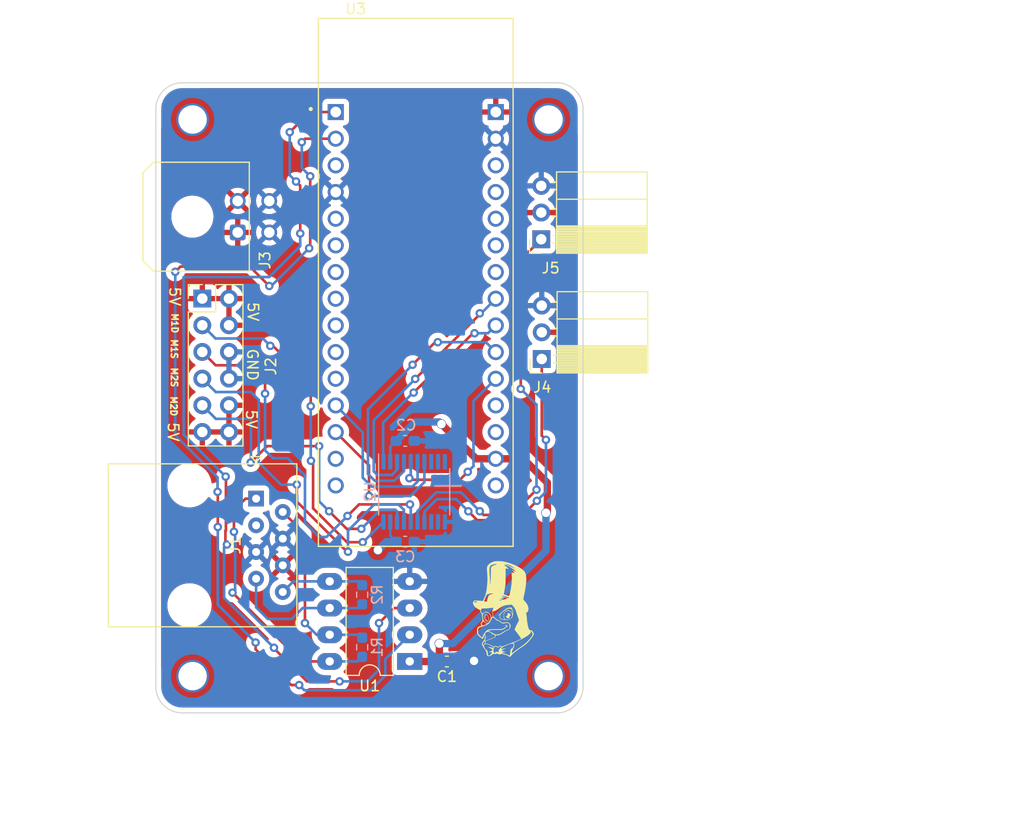
<source format=kicad_pcb>
(kicad_pcb (version 20211014) (generator pcbnew)

  (general
    (thickness 1.6)
  )

  (paper "A4")
  (layers
    (0 "F.Cu" signal)
    (31 "B.Cu" signal)
    (32 "B.Adhes" user "B.Adhesive")
    (33 "F.Adhes" user "F.Adhesive")
    (34 "B.Paste" user)
    (35 "F.Paste" user)
    (36 "B.SilkS" user "B.Silkscreen")
    (37 "F.SilkS" user "F.Silkscreen")
    (38 "B.Mask" user)
    (39 "F.Mask" user)
    (40 "Dwgs.User" user "User.Drawings")
    (41 "Cmts.User" user "User.Comments")
    (42 "Eco1.User" user "User.Eco1")
    (43 "Eco2.User" user "User.Eco2")
    (44 "Edge.Cuts" user)
    (45 "Margin" user)
    (46 "B.CrtYd" user "B.Courtyard")
    (47 "F.CrtYd" user "F.Courtyard")
    (48 "B.Fab" user)
    (49 "F.Fab" user)
    (50 "User.1" user)
    (51 "User.2" user)
    (52 "User.3" user)
    (53 "User.4" user)
    (54 "User.5" user)
    (55 "User.6" user)
    (56 "User.7" user)
    (57 "User.8" user)
    (58 "User.9" user)
  )

  (setup
    (stackup
      (layer "F.SilkS" (type "Top Silk Screen"))
      (layer "F.Paste" (type "Top Solder Paste"))
      (layer "F.Mask" (type "Top Solder Mask") (thickness 0.01))
      (layer "F.Cu" (type "copper") (thickness 0.035))
      (layer "dielectric 1" (type "core") (thickness 1.51) (material "FR4") (epsilon_r 4.5) (loss_tangent 0.02))
      (layer "B.Cu" (type "copper") (thickness 0.035))
      (layer "B.Mask" (type "Bottom Solder Mask") (thickness 0.01))
      (layer "B.Paste" (type "Bottom Solder Paste"))
      (layer "B.SilkS" (type "Bottom Silk Screen"))
      (copper_finish "None")
      (dielectric_constraints no)
    )
    (pad_to_mask_clearance 0)
    (pcbplotparams
      (layerselection 0x00010fc_ffffffff)
      (disableapertmacros false)
      (usegerberextensions true)
      (usegerberattributes false)
      (usegerberadvancedattributes false)
      (creategerberjobfile false)
      (svguseinch false)
      (svgprecision 6)
      (excludeedgelayer true)
      (plotframeref false)
      (viasonmask false)
      (mode 1)
      (useauxorigin false)
      (hpglpennumber 1)
      (hpglpenspeed 20)
      (hpglpendiameter 15.000000)
      (dxfpolygonmode true)
      (dxfimperialunits true)
      (dxfusepcbnewfont true)
      (psnegative false)
      (psa4output false)
      (plotreference true)
      (plotvalue false)
      (plotinvisibletext false)
      (sketchpadsonfab false)
      (subtractmaskfromsilk true)
      (outputformat 1)
      (mirror false)
      (drillshape 0)
      (scaleselection 1)
      (outputdirectory "gerbers/")
    )
  )

  (net 0 "")
  (net 1 "/RS485_A")
  (net 2 "/RS485_B")
  (net 3 "unconnected-(J1-Pad3)")
  (net 4 "/RS485_Z")
  (net 5 "/RS485_Y")
  (net 6 "+5V")
  (net 7 "/M1_DIR_OUT")
  (net 8 "/TIM2_CH2{slash}M1_SPEED_OUT")
  (net 9 "GND")
  (net 10 "/TIM2_CH4{slash}M2_SPEED_OUT")
  (net 11 "/M2_DIR_OUT")
  (net 12 "+3V3")
  (net 13 "/M1_DIR")
  (net 14 "/M2_DIR")
  (net 15 "/TIM2_CH4{slash}M2_SPEED")
  (net 16 "/TIM2_CH2{slash}M1_SPEED")
  (net 17 "/STM32_USART1_RX")
  (net 18 "/STM32_USART1_TX")
  (net 19 "unconnected-(U3-Pad3)")
  (net 20 "unconnected-(U3-Pad6)")
  (net 21 "unconnected-(U3-Pad7)")
  (net 22 "unconnected-(U3-Pad8)")
  (net 23 "unconnected-(U3-Pad9)")
  (net 24 "unconnected-(U3-Pad10)")
  (net 25 "unconnected-(U3-Pad11)")
  (net 26 "/PITCH{slash}TIM1_CH4_OUT")
  (net 27 "/YAW{slash}TIM1_CH1_OUT")
  (net 28 "unconnected-(U3-Pad14)")
  (net 29 "unconnected-(U3-Pad15)")
  (net 30 "unconnected-(U3-Pad16)")
  (net 31 "unconnected-(U3-Pad18)")
  (net 32 "unconnected-(U3-Pad19)")
  (net 33 "unconnected-(U3-Pad24)")
  (net 34 "unconnected-(U3-Pad25)")
  (net 35 "unconnected-(U3-Pad26)")
  (net 36 "unconnected-(U3-Pad27)")
  (net 37 "unconnected-(U3-Pad28)")
  (net 38 "/YAW{slash}TIM1_CH1")
  (net 39 "/PITCH{slash}TIM1_CH4")
  (net 40 "unconnected-(U2-Pad8)")
  (net 41 "unconnected-(U2-Pad9)")
  (net 42 "unconnected-(U2-Pad10)")
  (net 43 "unconnected-(U2-Pad12)")
  (net 44 "unconnected-(U2-Pad13)")
  (net 45 "unconnected-(U3-Pad5)")

  (footprint "Connector_PinSocket_2.54mm:PinSocket_1x03_P2.54mm_Horizontal" (layer "F.Cu") (at 36.75 26.3 180))

  (footprint "Connector_RJ:RJ45_Amphenol_54602-x08_Horizontal" (layer "F.Cu") (at 9.55 39.6 -90))

  (footprint "Connector_PinHeader_2.54mm:PinHeader_2x06_P2.54mm_Vertical" (layer "F.Cu") (at 4.425 20.55))

  (footprint "Package_DIP:DIP-8_W7.62mm_LongPads" (layer "F.Cu") (at 24.175 55.1 180))

  (footprint "MountingHole:MountingHole_2.7mm_M2.5_DIN965_Pad_TopOnly" (layer "F.Cu") (at 37.4 56.5))

  (footprint "MountingHole:MountingHole_2.7mm_M2.5_DIN965_Pad_TopOnly" (layer "F.Cu") (at 3.5 3.5))

  (footprint "MountingHole:MountingHole_2.7mm_M2.5_DIN965_Pad_TopOnly" (layer "F.Cu") (at 3.5 56.5))

  (footprint "MountingHole:MountingHole_2.7mm_M2.5_DIN965_Pad_TopOnly" (layer "F.Cu") (at 37.4 3.5))

  (footprint "Connector_PinSocket_2.54mm:PinSocket_1x03_P2.54mm_Horizontal" (layer "F.Cu") (at 36.7 14.9 180))

  (footprint "Connector_Molex:Molex_Micro-Fit_3.0_43045-0400_2x02_P3.00mm_Horizontal" (layer "F.Cu") (at 7.8 14.25 90))

  (footprint "plib:epenguin_head_small" (layer "F.Cu") (at 33.1 50.1))

  (footprint "Capacitor_SMD:C_0603_1608Metric_Pad1.08x0.95mm_HandSolder" (layer "F.Cu") (at 27.716 55.11 180))

  (footprint "plib:MODULE_NUCLEO-L432KC" (layer "F.Cu") (at 24.75 19))

  (footprint "Resistor_SMD:R_0603_1608Metric_Pad0.98x0.95mm_HandSolder" (layer "B.Cu") (at 19.65 53.75 90))

  (footprint "Capacitor_SMD:C_0603_1608Metric_Pad1.08x0.95mm_HandSolder" (layer "B.Cu") (at 23.75 34.1))

  (footprint "Package_SO:TSSOP-20_4.4x6.5mm_P0.65mm" (layer "B.Cu") (at 24.6 38.95 -90))

  (footprint "Capacitor_SMD:C_0603_1608Metric_Pad1.08x0.95mm_HandSolder" (layer "B.Cu") (at 23.75 43.7))

  (footprint "Resistor_SMD:R_0603_1608Metric_Pad0.98x0.95mm_HandSolder" (layer "B.Cu") (at 19.65 48.75 90))

  (gr_line (start 0 2.5) (end 0 57.5) (layer "Edge.Cuts") (width 0.1) (tstamp 0b0ed82f-cd0f-483e-afb1-3d9c63626412))
  (gr_arc (start 38.182233 0) (mid 39.95 0.732233) (end 40.682233 2.5) (layer "Edge.Cuts") (width 0.1) (tstamp 3026f0e5-2e03-4b09-8bf9-bf5e41de9fde))
  (gr_line (start 2.5 60) (end 38.182233 60) (layer "Edge.Cuts") (width 0.1) (tstamp 3bc3a1f7-6e8d-4cb1-b522-61dab886a957))
  (gr_line (start 40.682233 57.5) (end 40.682233 2.5) (layer "Edge.Cuts") (width 0.1) (tstamp 55509fb5-1a05-4183-aa48-bc8ee8bff31d))
  (gr_line (start 2.5 0) (end 38.182233 0) (layer "Edge.Cuts") (width 0.1) (tstamp 7f0a762d-d58f-4d42-ae1f-7d80a0e2bd28))
  (gr_arc (start 2.5 60) (mid 0.732233 59.267767) (end 0 57.5) (layer "Edge.Cuts") (width 0.1) (tstamp af00085d-1794-4c99-952f-c446aee665f4))
  (gr_arc (start 40.682233 57.5) (mid 39.95 59.267767) (end 38.182233 60) (layer "Edge.Cuts") (width 0.1) (tstamp d4fffbb7-788f-4b07-aa57-4a4d4fff19d5))
  (gr_arc (start 0 2.5) (mid 0.732233 0.732233) (end 2.5 0) (layer "Edge.Cuts") (width 0.1) (tstamp f721f40e-7993-44a7-bcd0-f5608efe0556))
  (gr_text "M2S" (at 1.75 28.05 270) (layer "F.SilkS") (tstamp 372a8565-9dd7-4ebf-b735-8f3537057e29)
    (effects (font (size 0.6 0.6) (thickness 0.15)))
  )
  (gr_text "M1D" (at 1.8 22.9 270) (layer "F.SilkS") (tstamp 4051e848-01c5-456c-9f15-dde598810cb0)
    (effects (font (size 0.6 0.6) (thickness 0.15)))
  )
  (gr_text "5V" (at 1.65 33.25 270) (layer "F.SilkS") (tstamp 432d0299-d0fd-4c16-b73d-ec141bffd79f)
    (effects (font (size 1 1) (thickness 0.15)))
  )
  (gr_text "GND" (at 9.2 26.85 270) (layer "F.SilkS") (tstamp 884b7739-d86f-4a0a-849a-d154ec42348f)
    (effects (font (size 1 1) (thickness 0.15)))
  )
  (gr_text "5V" (at 9.1 32.05 270) (layer "F.SilkS") (tstamp ac7a1a1b-5329-41b9-8053-10fb6d6d430d)
    (effects (font (size 1 1) (thickness 0.15)))
  )
  (gr_text "M1S" (at 1.75 25.35 270) (layer "F.SilkS") (tstamp ce6e2cb2-f8a7-4656-99aa-10b2d4690421)
    (effects (font (size 0.6 0.6) (thickness 0.15)))
  )
  (gr_text "5V" (at 9.25 21.8 270) (layer "F.SilkS") (tstamp d43a2933-c675-483d-bec0-b1e9bbd0b02b)
    (effects (font (size 1 1) (thickness 0.15)))
  )
  (gr_text "5V" (at 1.8 20.35 270) (layer "F.SilkS") (tstamp f701af6d-24c2-42a3-8bf0-6bf921265f52)
    (effects (font (size 1 1) (thickness 0.15)))
  )
  (gr_text "M2D" (at 1.7 30.8 270) (layer "F.SilkS") (tstamp f9ad5758-fc8e-4598-ac38-9d7cf2dd980c)
    (effects (font (size 0.6 0.6) (thickness 0.15)))
  )

  (segment (start 16.555 55.1) (end 13.85 55.1) (width 0.25) (layer "F.Cu") (net 1) (tstamp 070d9a4e-80e7-4094-ac38-378ba10a929a))
  (segment (start 8.55 39.6) (end 7.437006 40.712994) (width 0.25) (layer "F.Cu") (net 1) (tstamp 18dafc9c-d445-4159-8c13-af97f40f14b8))
  (segment (start 13.85 55.1) (end 7.3 48.55) (width 0.25) (layer "F.Cu") (net 1) (tstamp 2046979b-88b7-4ca1-8b72-2819f99f4212))
  (segment (start 7.437006 40.712994) (end 7.437006 42.75659) (width 0.25) (layer "F.Cu") (net 1) (tstamp 57c973ca-3091-4e0d-a630-6eebeb0cd451))
  (segment (start 9.55 39.6) (end 8.55 39.6) (width 0.25) (layer "F.Cu") (net 1) (tstamp 84b71b23-38e5-4859-8088-e779d0c9a1b3))
  (via (at 7.437006 42.75659) (size 0.8) (drill 0.4) (layers "F.Cu" "B.Cu") (net 1) (tstamp 3ac9cdba-42e9-47c4-a117-c012acd1e5c5))
  (via (at 7.3 48.55) (size 0.8) (drill 0.4) (layers "F.Cu" "B.Cu") (net 1) (tstamp 76da7585-8685-4c96-9ca6-afab8dc9524d))
  (segment (start 19.65 54.6625) (end 19.2125 55.1) (width 0.25) (layer "B.Cu") (net 1) (tstamp 088c9092-c41a-44c3-b646-582adbe640f8))
  (segment (start 7.549 42.868584) (end 7.437006 42.75659) (width 0.25) (layer "B.Cu") (net 1) (tstamp 18c7d59b-2ba9-4e85-95ec-387acfad0cab))
  (segment (start 7.549 48.301) (end 7.549 42.868584) (width 0.25) (layer "B.Cu") (net 1) (tstamp 4d080620-2b39-4d10-b58c-ec6f72050612))
  (segment (start 7.3 48.55) (end 7.549 48.301) (width 0.25) (layer "B.Cu") (net 1) (tstamp 6aa4f4bd-201e-4c5b-87d5-cb10a2441f29))
  (segment (start 19.2125 55.1) (end 16.555 55.1) (width 0.25) (layer "B.Cu") (net 1) (tstamp 6fcd8cb9-a2f3-4d9c-9ad5-3d104790bfc9))
  (segment (start 14.2 42.98) (end 12.09 40.87) (width 0.25) (layer "F.Cu") (net 2) (tstamp b76ef12c-39d2-484f-b56d-f5c21b4c07b6))
  (segment (start 14.2 51.45) (end 14.2 42.98) (width 0.25) (layer "F.Cu") (net 2) (tstamp fad5b779-3a88-41dc-bb23-6470bdeb11b8))
  (via (at 14.2 51.45) (size 0.8) (drill 0.4) (layers "F.Cu" "B.Cu") (net 2) (tstamp 34854e83-e1f2-4529-b2e4-39c7cd26f842))
  (segment (start 16.555 52.56) (end 15.31 52.56) (width 0.25) (layer "B.Cu") (net 2) (tstamp 4deea405-9e0d-4ed8-99f8-fda32d01d77f))
  (segment (start 19.65 52.8375) (end 19.3725 52.56) (width 0.25) (layer "B.Cu") (net 2) (tstamp 5e465618-61c3-4b51-947c-c31cebf4b696))
  (segment (start 15.31 52.56) (end 14.2 51.45) (width 0.25) (layer "B.Cu") (net 2) (tstamp 6357fd49-ef7c-43af-bf5c-584ceeb65cab))
  (segment (start 19.3725 52.56) (end 16.555 52.56) (width 0.25) (layer "B.Cu") (net 2) (tstamp f7dd75ea-8bfc-4528-ad21-a4979b174a49))
  (segment (start 9.55 49.95) (end 9.55 47.22) (width 0.25) (layer "B.Cu") (net 4) (tstamp 15f8afde-6213-4ff4-a60a-912cb12c588d))
  (segment (start 12.95 51.05) (end 10.65 51.05) (width 0.25) (layer "B.Cu") (net 4) (tstamp 2021a1be-e81b-4bf0-aa1a-d476bb052733))
  (segment (start 16.555 50.02) (end 13.98 50.02) (width 0.25) (layer "B.Cu") (net 4) (tstamp 211d1edb-a3ca-4f09-a7d0-3240c8815b0d))
  (segment (start 10.65 51.05) (end 9.55 49.95) (width 0.25) (layer "B.Cu") (net 4) (tstamp 50ecb911-871b-4ba0-8f12-76b0066ac29d))
  (segment (start 13.98 50.02) (end 12.95 51.05) (width 0.25) (layer "B.Cu") (net 4) (tstamp 66e076ae-a61e-4848-b341-11445014aee4))
  (segment (start 19.2925 50.02) (end 16.555 50.02) (width 0.25) (layer "B.Cu") (net 4) (tstamp 9c423090-79a1-4845-b9cc-48a141360a76))
  (segment (start 19.65 49.6625) (end 19.2925 50.02) (width 0.25) (layer "B.Cu") (net 4) (tstamp a7bae4e0-4e92-4493-a363-57297e00d15e))
  (segment (start 13.1 47.48) (end 12.09 48.49) (width 0.25) (layer "B.Cu") (net 5) (tstamp 2571a9a7-3cd7-4411-a936-0b547ce693d7))
  (segment (start 19.2925 47.48) (end 16.555 47.48) (width 0.25) (layer "B.Cu") (net 5) (tstamp 41cc6a45-6fe4-4923-ab82-e638446abb4b))
  (segment (start 19.65 47.8375) (end 19.2925 47.48) (width 0.25) (layer "B.Cu") (net 5) (tstamp 476bb62b-d1a0-4986-996c-a3a1bebc6834))
  (segment (start 16.555 47.48) (end 13.1 47.48) (width 0.25) (layer "B.Cu") (net 5) (tstamp bc424331-1e4f-43e5-b53b-fba76567bbe8))
  (via (at 21.15 44.5) (size 0.9) (drill 0.8) (layers "F.Cu" "B.Cu") (net 6) (tstamp a590e6fe-cde9-4570-b2ab-5b1ef025b40a))
  (segment (start 22.325 41.8125) (end 22.325 43.1375) (width 0.2) (layer "B.Cu") (net 6) (tstamp 1a81225f-0b73-4f80-9d6b-63b6c2f59683))
  (segment (start 21.95 43.7) (end 21.15 44.5) (width 0.7) (layer "B.Cu") (net 6) (tstamp 43635e50-10cc-4eaf-82c7-d2c64aece9fb))
  (segment (start 22.325 43.1375) (end 22.8875 43.7) (width 0.2) (layer "B.Cu") (net 6) (tstamp c32fc2f8-bd71-42a5-8366-4756ee0ce1a7))
  (segment (start 22.8875 43.7) (end 21.95 43.7) (width 0.7) (layer "B.Cu") (net 6) (tstamp e13b02df-63f1-4006-817f-3aa7a17b77bc))
  (segment (start 14.9745 40.5245) (end 14.9745 36.196197) (width 0.25) (layer "F.Cu") (net 7) (tstamp 15b6a284-2f49-4fc5-9e91-51bd2bb227e6))
  (segment (start 11.15 25.05) (end 14.75 28.65) (width 0.25) (layer "F.Cu") (net 7) (tstamp 3a2eec88-18df-4031-95b9-bae675cfd221))
  (segment (start 14.75 28.65) (end 14.75 30.8) (width 0.25) (layer "F.Cu") (net 7) (tstamp 6c4fcc62-6711-4b3a-9159-0456aad1623c))
  (segment (start 18.2 43.75) (end 14.9745 40.5245) (width 0.25) (layer "F.Cu") (net 7) (tstamp 79956286-9559-448a-8bba-a2ca87671a7d))
  (segment (start 14.9745 36.196197) (end 14.7755 35.997197) (width 0.25) (layer "F.Cu") (net 7) (tstamp 84733162-bbe7-408d-a20f-6d47359577a9))
  (segment (start 19.7 43.75) (end 18.2 43.75) (width 0.25) (layer "F.Cu") (net 7) (tstamp ce6f96b1-2622-498f-821c-29c24fd7ccfb))
  (segment (start 10.9 25.05) (end 11.15 25.05) (width 0.25) (layer "F.Cu") (net 7) (tstamp dd118dae-ddfd-43e2-894e-71e37f00b482))
  (via (at 10.9 25.05) (size 0.8) (drill 0.4) (layers "F.Cu" "B.Cu") (net 7) (tstamp 16ad0bf4-6dc6-41c7-ba56-a9c564d51de7))
  (via (at 14.75 30.8) (size 0.8) (drill 0.4) (layers "F.Cu" "B.Cu") (net 7) (tstamp 4a92daa4-7f99-4d5a-9280-c637a08db1d0))
  (via (at 14.7755 35.997197) (size 0.8) (drill 0.4) (layers "F.Cu" "B.Cu") (net 7) (tstamp ae9a8971-9314-4183-844d-d5eb053c094d))
  (via (at 19.7 43.75) (size 0.8) (drill 0.4) (layers "F.Cu" "B.Cu") (net 7) (tstamp fc5b753f-d2b8-48b1-92fc-466831eacf1d))
  (segment (start 8.7 24.35) (end 10.2 24.35) (width 0.25) (layer "B.Cu") (net 7) (tstamp 190902b9-ec7a-4558-b95e-5fef2468feaa))
  (segment (start 14.75 30.8) (end 14.75 35.971697) (width 0.25) (layer "B.Cu") (net 7) (tstamp 69f4693d-6909-44a8-b095-faeff0261b81))
  (segment (start 5.685 24.35) (end 8.7 24.35) (width 0.25) (layer "B.Cu") (net 7) (tstamp 75696ffb-7e56-4624-872f-ed224c0cd06c))
  (segment (start 10.2 24.35) (end 10.9 25.05) (width 0.25) (layer "B.Cu") (net 7) (tstamp 969a8a42-d455-4d24-8933-d94524aceaa9))
  (segment (start 19.7375 43.75) (end 19.7 43.75) (width 0.25) (layer "B.Cu") (net 7) (tstamp c9bc6774-97af-4dde-90d9-4e0420a90062))
  (segment (start 4.425 23.09) (end 5.685 24.35) (width 0.25) (layer "B.Cu") (net 7) (tstamp e6c97dab-ea7a-4f7d-ab3b-c31deceaabcb))
  (segment (start 14.75 35.971697) (end 14.7755 35.997197) (width 0.25) (layer "B.Cu") (net 7) (tstamp ea1cccb4-d182-4571-b0a8-049b5f9cf515))
  (segment (start 21.675 41.8125) (end 19.7375 43.75) (width 0.25) (layer "B.Cu") (net 7) (tstamp ead14060-2fbe-4931-9bfe-b1933b9890de))
  (segment (start 4.425 25.63) (end 5.695 26.9) (width 0.25) (layer "F.Cu") (net 8) (tstamp 07e4dbda-56d3-49c3-9a4c-00cc41599524))
  (segment (start 10.4 27.7) (end 10.4 29.6) (width 0.25) (layer "F.Cu") (net 8) (tstamp 442e5e35-4d10-4bb1-bd65-5fbd8cc2b9a7))
  (segment (start 24.2 40.15) (end 19.35 40.15) (width 0.25) (layer "F.Cu") (net 8) (tstamp 50269ec7-e142-4bf2-841c-6df453fabaa4))
  (segment (start 19.35 40.15) (end 18.25 41.25) (width 0.25) (layer "F.Cu") (net 8) (tstamp 63a03f22-217d-4481-8f60-d8aaf3360db0))
  (segment (start 5.695 26.9) (end 8.7 26.9) (width 0.25) (layer "F.Cu") (net 8) (tstamp 76ff9219-a501-4121-a7cb-1c65247a5a9f))
  (segment (start 8.7 26.9) (end 9.6 26.9) (width 0.25) (layer "F.Cu") (net 8) (tstamp c2817985-2c65-4e41-b1ba-3f1b32f1b95b))
  (segment (start 9.6 26.9) (end 10.4 27.7) (width 0.25) (layer "F.Cu") (net 8) (tstamp fb08b230-ae58-4888-a7db-27d02dd234fb))
  (via (at 18.25 41.25) (size 0.8) (drill 0.4) (layers "F.Cu" "B.Cu") (net 8) (tstamp 0b8a12db-9ef5-4b43-8f38-9b1799f1e919))
  (via (at 24.2 40.15) (size 0.8) (drill 0.4) (layers "F.Cu" "B.Cu") (net 8) (tstamp 7df328bf-63d9-4776-92f8-91322a0c118f))
  (via (at 10.4 29.6) (size 0.8) (drill 0.4) (layers "F.Cu" "B.Cu") (net 8) (tstamp c6961867-c5f2-41c1-9f3c-be4c08ce6100))
  (segment (start 24.275 41.8125) (end 24.275 40.225) (width 0.25) (layer "B.Cu") (net 8) (tstamp 0a51a9ff-5d8f-449c-8401-15f484259bcb))
  (segment (start 10.4 35) (end 11.15 35.75) (width 0.25) (layer "B.Cu") (net 8) (tstamp 20876b21-b0d3-4bca-865f-f2cb58bab4ac))
  (segment (start 16.25 43.25) (end 15.55 43.25) (width 0.25) (layer "B.Cu") (net 8) (tstamp 3bb34682-48ba-4817-a51e-3ddbf6f78096))
  (segment (start 14.2 41.9) (end 14.2 37.4) (width 0.25) (layer "B.Cu") (net 8) (tstamp 715f02de-fe56-4b6e-8bf8-fa97f890b683))
  (segment (start 15.55 43.25) (end 14.2 41.9) (width 0.25) (layer "B.Cu") (net 8) (tstamp 7e87503e-748d-4b5e-ade7-6541892bd3be))
  (segment (start 10.4 29.6) (end 10.4 35) (width 0.25) (layer "B.Cu") (net 8) (tstamp ad4deb87-9c45-4917-a673-5e325bad78e2))
  (segment (start 18.25 41.25) (end 16.25 43.25) (width 0.25) (layer "B.Cu") (net 8) (tstamp ba473fb4-7578-42d3-9c7d-478397a77af1))
  (segment (start 12.55 35.75) (end 11.15 35.75) (width 0.25) (layer "B.Cu") (net 8) (tstamp dbe107dc-fac0-4e65-8037-90829e1b40f7))
  (segment (start 14.2 37.4) (end 12.55 35.75) (width 0.25) (layer "B.Cu") (net 8) (tstamp f74b43f9-2457-47d1-ab91-a4007b6536db))
  (segment (start 24.275 40.225) (end 24.2 40.15) (width 0.25) (layer "B.Cu") (net 8) (tstamp fb8616f9-4c27-45a0-9d6c-304ec02494a5))
  (segment (start 30.24 55.11) (end 30.3 55.05) (width 0.7) (layer "F.Cu") (net 9) (tstamp 605260ce-f1c0-4406-ba8a-47bef5e5d994))
  (segment (start 28.5785 55.11) (end 30.24 55.11) (width 0.7) (layer "F.Cu") (net 9) (tstamp bf1637b5-0e70-47d6-8e19-b81108567c27))
  (via (at 30.3 55.05) (size 0.9) (drill 0.8) (layers "F.Cu" "B.Cu") (net 9) (tstamp d685c32a-fa7c-4428-92f6-578736463fb8))
  (segment (start 18.2 44.65) (end 13.4255 39.8755) (width 0.25) (layer "F.Cu") (net 10) (tstamp 12e2692b-1b11-4205-925d-9fdd399dec78))
  (segment (start 13.4255 39.8755) (end 13.4255 38.263113) (width 0.25) (layer "F.Cu") (net 10) (tstamp 49c6fa07-ad8c-42ce-ac02-44882a8197f6))
  (segment (start 18.3 44.65) (end 18.2 44.65) (width 0.25) (layer "F.Cu") (net 10) (tstamp f7e9fe3b-b343-4a7d-bbd6-c22ad8bbb566))
  (via (at 18.3 44.65) (size 0.8) (drill 0.4) (layers "F.Cu" "B.Cu") (net 10) (tstamp 440665ea-e14d-4b7e-bb14-a0a57becda8c))
  (via (at 13.4255 38.263113) (size 0.8) (drill 0.4) (layers "F.Cu" "B.Cu") (net 10) (tstamp aa87b755-976b-4bdd-8d02-8602465d6fa7))
  (segment (start 23.625 41.8125) (end 23.625 40.670309) (width 0.25) (layer "B.Cu") (net 10) (tstamp 4bd1b023-a34f-44c2-b7be-056db58840ce))
  (segment (start 11.913113 38.263113) (end 13.4255 38.263113) (width 0.25) (layer "B.Cu") (net 10) (tstamp 74b2d9f8-d67e-4878-88b3-58123ed2e0c4))
  (segment (start 18.3 42.65) (end 18.3 44.65) (width 0.25) (layer "B.Cu") (net 10) (tstamp 7cf55306-9066-434e-b676-34fe3f489adc))
  (segment (start 20.8 40.15) (end 18.3 42.65) (width 0.25) (layer "B.Cu") (net 10) (tstamp 83dddde0-77a0-4b3a-a199-481fd2fc17f7))
  (segment (start 9.799501 36.149501) (end 11.913113 38.263113) (width 0.25) (layer "B.Cu") (net 10) (tstamp 929fd688-c18e-4794-8f47-e1cf9c4110bb))
  (segment (start 9.799501 30.199501) (end 9.799501 36.149501) (width 0.25) (layer "B.Cu") (net 10) (tstamp 950d57cc-bbd2-41cc-ba7e-848ddfda15bc))
  (segment (start 5.705 29.45) (end 9.05 29.45) (width 0.25) (layer "B.Cu") (net 10) (tstamp 9d9d96f5-e91a-4b6e-924d-a1bdec714c5e))
  (segment (start 23.104691 40.15) (end 20.8 40.15) (width 0.25) (layer "B.Cu") (net 10) (tstamp b7fad5f6-2754-4b7a-bae1-a5c62b4d606d))
  (segment (start 9.05 29.45) (end 9.799501 30.199501) (width 0.25) (layer "B.Cu") (net 10) (tstamp c2819987-3962-4708-aedf-20e3b4764d5d))
  (segment (start 4.425 28.17) (end 5.705 29.45) (width 0.25) (layer "B.Cu") (net 10) (tstamp ec55325d-6ef0-4c70-8bb0-c39daba26bb8))
  (segment (start 23.625 40.670309) (end 23.104691 40.15) (width 0.25) (layer "B.Cu") (net 10) (tstamp ec8d515c-7044-4224-afef-297846c795c5))
  (segment (start 15.55 34.6) (end 10.595598 34.6) (width 0.25) (layer "F.Cu") (net 11) (tstamp 0253ffbf-3d55-4db9-85d3-408458938d3f))
  (segment (start 10.595598 34.6) (end 9.02528 36.170318) (width 0.25) (layer "F.Cu") (net 11) (tstamp f42c0837-131e-4775-ad2b-1903a79d38ba))
  (segment (start 18.176095 42.476095) (end 16.5 40.8) (width 0.25) (layer "F.Cu") (net 11) (tstamp f6a6ae03-49ae-4c40-b6c2-6a99a2cdc166))
  (segment (start 19.569214 42.476095) (end 18.176095 42.476095) (width 0.25) (layer "F.Cu") (net 11) (tstamp fd431072-7c0e-43de-8cbe-b10d9c50e057))
  (via (at 15.55 34.6) (size 0.8) (drill 0.4) (layers "F.Cu" "B.Cu") (net 11) (tstamp 3b02a579-b415-43cf-9add-a34ce367a3ea))
  (via (at 16.5 40.8) (size 0.8) (drill 0.4) (layers "F.Cu" "B.Cu") (net 11) (tstamp 7fd016d9-fed3-498f-84b5-a188f796a6bf))
  (via (at 9.02528 36.170318) (size 0.8) (drill 0.4) (layers "F.Cu" "B.Cu") (net 11) (tstamp a106e1a6-9a3c-4d8e-a9c2-d2741b9c230b))
  (via (at 19.569214 42.476095) (size 0.8) (drill 0.4) (layers "F.Cu" "B.Cu") (net 11) (tstamp ce9d4d8c-b263-49aa-940a-97b684107a01))
  (segment (start 21.395808 40.649501) (end 19.569214 42.476095) (width 0.25) (layer "B.Cu") (net 11) (tstamp 130038e6-58fc-4778-9246-ec36949d0bd1))
  (segment (start 22.975 40.825) (end 22.799501 40.649501) (width 0.25) (layer "B.Cu") (net 11) (tstamp 149b9d19-8f63-4340-a4e3-b14aa9929cf3))
  (segment (start 9.05 32) (end 9.055735 32.005735) (width 0.25) (layer "B.Cu") (net 11) (tstamp 1ec64ee9-3495-4e3e-b2dc-487f1ecb6913))
  (segment (start 9.055735 32.005735) (end 9.055735 36.139863) (width 0.25) (layer "B.Cu") (net 11) (tstamp 56ceca0d-a34d-4b93-a68e-6f1b8488c222))
  (segment (start 4.425 30.71) (end 5.715 32) (width 0.25) (layer "B.Cu") (net 11) (tstamp 5b626725-7ce3-456b-b776-64653e1a2ee8))
  (segment (start 5.715 32) (end 9.05 32) (width 0.25) (layer "B.Cu") (net 11) (tstamp 6250ed57-f172-4dd5-a186-872faf1768fd))
  (segment (start 15.55 39.85) (end 16.5 40.8) (width 0.25) (layer "B.Cu") (net 11) (tstamp 812c7c38-a19f-463c-98a4-2c478f6e9fe5))
  (segment (start 9.055735 36.139863) (end 9.02528 36.170318) (width 0.25) (layer "B.Cu") (net 11) (tstamp b1865d9f-8e37-47f2-9327-bb8be225ee35))
  (segment (start 22.975 41.8125) (end 22.975 40.825) (width 0.25) (layer "B.Cu") (net 11) (tstamp d74931ef-48ce-4c1e-8d5a-542259090359))
  (segment (start 15.55 34.6) (end 15.55 39.85) (width 0.25) (layer "B.Cu") (net 11) (tstamp f2eb1a23-05f0-4cfb-94d1-35c9769a1d2c))
  (segment (start 22.799501 40.649501) (end 21.395808 40.649501) (width 0.25) (layer "B.Cu") (net 11) (tstamp f8cf1431-3b3c-4a2a-b0d8-1fd55c6d039a))
  (segment (start 26.8535 55.11) (end 27 54.9635) (width 0.7) (layer "F.Cu") (net 12) (tstamp 06a9860b-9e87-47c4-9dce-4a760349d32e))
  (segment (start 30.505 35.805) (end 27.2 32.5) (width 0.7) (layer "F.Cu") (net 12) (tstamp 0c20d5dd-b667-420c-b9b7-5dddb6bb371b))
  (segment (start 24.185 55.11) (end 24.175 55.1) (width 0.7) (layer "F.Cu") (net 12) (tstamp 1c21debf-dd4f-444b-9300-f870f18cd0b9))
  (segment (start 32.37 35.805) (end 35.005 35.805) (width 0.7) (layer "F.Cu") (net 12) (tstamp 257ecd36-934f-4aa3-ab2d-db8339ee4b26))
  (segment (start 27 54.9635) (end 27 53.4) (width 0.7) (layer "F.Cu") (net 12) (tstamp 37c3995a-0891-4f32-a91d-95630914c1f8))
  (segment (start 37.284155 40.815845) (end 37.15 40.95) (width 0.7) (layer "F.Cu") (net 12) (tstamp 8a80b8a2-9ddc-42e7-a10d-cddf7bcd59c8))
  (segment (start 37.284155 38.084155) (end 37.284155 40.815845) (width 0.7) (layer "F.Cu") (net 12) (tstamp 8ee6cbc1-8802-47a5-b0d7-d9001d42a363))
  (segment (start 35.005 35.805) (end 37.284155 38.084155) (width 0.7) (layer "F.Cu") (net 12) (tstamp 93013acd-217d-4382-bed5-4956f1b81a28))
  (segment (start 26.8535 55.11) (end 24.185 55.11) (width 0.7) (layer "F.Cu") (net 12) (tstamp 94b9b5b9-338c-4b49-991c-bea3cd465cd9))
  (segment (start 32.37 35.805) (end 30.505 35.805) (width 0.7) (layer "F.Cu") (net 12) (tstamp f4a366d5-37ed-424f-b526-3222dda53339))
  (via (at 37.15 40.95) (size 0.9) (drill 0.8) (layers "F.Cu" "B.Cu") (net 12) (tstamp 5d85934e-81e2-4bc0-bb6b-89872cda8f6d))
  (via (at 27 53.4) (size 0.9) (drill 0.8) (layers "F.Cu" "B.Cu") (net 12) (tstamp 67eb8d6f-b680-44cc-9820-cf4e16b94128))
  (via (at 27.2 32.5) (size 0.9) (drill 0.8) (layers "F.Cu" "B.Cu") (net 12) (tstamp fb02077c-8092-43f0-9734-678d58b86274))
  (segment (start 27 32.3) (end 27.2 32.5) (width 0.7) (layer "B.Cu") (net 12) (tstamp 2fb8a240-6960-46b8-82e3-ae9264948eb4))
  (segment (start 37.15 44.55) (end 28.3 53.4) (width 0.7) (layer "B.Cu") (net 12) (tstamp 3f1299c6-b900-4000-9d71-aafe81ccdb91))
  (segment (start 22.325 34.6625) (end 22.325 36.0875) (width 0.25) (layer "B.Cu") (net 12) (tstamp 4817ab17-8bb5-47d5-b135-b1175eb390ec))
  (segment (start 37.15 40.95) (end 37.15 44.55) (width 0.7) (layer "B.Cu") (net 12) (tstamp 4a33a8dc-2861-4a2b-b6ff-b407865ffd69))
  (segment (start 28.3 53.4) (end 27 53.4) (width 0.7) (layer "B.Cu") (net 12) (tstamp 4d72de37-f7f9-46b9-8865-4bd52b7f0f79))
  (segment (start 22.8875 34.1) (end 24.6875 32.3) (width 0.7) (layer "B.Cu") (net 12) (tstamp ad5d6359-177a-40f0-8928-484f70a3c2ef))
  (segment (start 24.6875 32.3) (end 27 32.3) (width 0.7) (layer "B.Cu") (net 12) (tstamp c0da8772-9e96-4ba3-bf30-309c4b8500f2))
  (segment (start 22.8875 34.1) (end 22.325 34.6625) (width 0.25) (layer "B.Cu") (net 12) (tstamp f951e976-e8e9-4617-9569-e17501c82153))
  (segment (start 30.2 23.85) (end 30.35 23.85) (width 0.25) (layer "F.Cu") (net 13) (tstamp 89a98e53-0288-4d0d-a2d4-9cb2d1ba61a1))
  (segment (start 24.55 29.5) (end 30.2 23.85) (width 0.25) (layer "F.Cu") (net 13) (tstamp b5d4d05f-2115-4af4-8e44-fc18c10ee3d5))
  (via (at 24.55 29.5) (size 0.8) (drill 0.4) (layers "F.Cu" "B.Cu") (net 13) (tstamp 75c20b45-34dd-4821-9cbc-57aa884e5614))
  (via (at 30.35 23.85) (size 0.8) (drill 0.4) (layers "F.Cu" "B.Cu") (net 13) (tstamp 8d2b136d-e5b4-42d8-a356-d48a3273c3ac))
  (segment (start 21.675 36.0875) (end 21.65 36.0625) (width 0.25) (layer "B.Cu") (net 13) (tstamp 0ad44a7c-a279-423e-bcb5-b65d918b238e))
  (segment (start 24.5 29.5) (end 24.55 29.5) (width 0.25) (layer "B.Cu") (net 13) (tstamp 18b25a47-7ee9-4953-88c6-cc77315c7bda))
  (segment (start 31.625 23.85) (end 32.37 23.105) (width 0.25) (layer "B.Cu") (net 13) (tstamp 80707758-0f30-4a8d-ac3e-699fed50c6fd))
  (segment (start 21.65 36.0625) (end 21.65 32.35) (width 0.25) (layer "B.Cu") (net 13) (tstamp 8a1761bf-5b72-4efc-91d4-f583ed406c06))
  (segment (start 30.35 23.85) (end 31.625 23.85) (width 0.25) (layer "B.Cu") (net 13) (tstamp f6460ed9-ebdc-4d73-a60f-349db3491fa5))
  (segment (start 21.65 32.35) (end 24.5 29.5) (width 0.25) (layer "B.Cu") (net 13) (tstamp fad99cbc-6074-4683-b250-8906f311f4fb))
  (segment (start 24.7 28.2) (end 30.85 22.05) (width 0.25) (layer "F.Cu") (net 14) (tstamp 53c29522-c6df-4632-82f6-9e64ca154be7))
  (segment (start 30.85 22.05) (end 30.85 21.95) (width 0.25) (layer "F.Cu") (net 14) (tstamp e6e21512-90b5-43ea-9c1e-ab1236c2cec4))
  (via (at 30.85 21.95) (size 0.8) (drill 0.4) (layers "F.Cu" "B.Cu") (net 14) (tstamp 5865de84-cf31-45cf-8d0d-ecc55c4d133c))
  (via (at 24.7 28.2) (size 0.8) (drill 0.4) (layers "F.Cu" "B.Cu") (net 14) (tstamp 783e503b-3263-4b4b-bbfb-4a8a64341fbe))
  (segment (start 22.975 36.846751) (end 22.471751 37.35) (width 0.25) (layer "B.Cu") (net 14) (tstamp 3555e063-4099-4578-9f64-9acc67672bcc))
  (segment (start 32.37 20.565) (end 30.985 21.95) (width 0.25) (layer "B.Cu") (net 14) (tstamp 69fe1f55-ca3a-4292-b503-a7fbd73940c6))
  (segment (start 20.75 37) (end 20.75 32.15) (width 0.25) (layer "B.Cu") (net 14) (tstamp 7594f0da-fdf0-45ed-a5eb-34c60ca39536))
  (segment (start 21.1 37.35) (end 20.75 37) (width 0.25) (layer "B.Cu") (net 14) (tstamp 921c3521-05e4-4cba-96c9-4e41d08c467e))
  (segment (start 22.471751 37.35) (end 21.1 37.35) (width 0.25) (layer "B.Cu") (net 14) (tstamp b512a79a-3d9e-48f2-b7ec-486dc48df504))
  (segment (start 22.975 36.0875) (end 22.975 36.846751) (width 0.25) (layer "B.Cu") (net 14) (tstamp b843616f-86ed-4a08-bde6-a7cac1f5c153))
  (segment (start 30.985 21.95) (end 30.85 21.95) (width 0.25) (layer "B.Cu") (net 14) (tstamp c7da0f10-805f-4e59-b250-1a31b3792748))
  (segment (start 20.75 32.15) (end 24.7 28.2) (width 0.25) (layer "B.Cu") (net 14) (tstamp cb1cecbf-a7ed-4e4f-9f9f-048f749783fa))
  (segment (start 26.6 24.7) (end 26.85 24.7) (width 0.25) (layer "F.Cu") (net 15) (tstamp 25230528-f3cd-4bc0-9e7d-bfaaa9d9d89b))
  (segment (start 24.45 26.85) (end 26.6 24.7) (width 0.25) (layer "F.Cu") (net 15) (tstamp 8517559a-99f7-4265-83ff-7b4ea6b67cf2))
  (via (at 24.45 26.85) (size 0.8) (drill 0.4) (layers "F.Cu" "B.Cu") (net 15) (tstamp 3c1e96c5-16ed-4742-bf98-4bcbc4336c0b))
  (via (at 26.85 24.7) (size 0.8) (drill 0.4) (layers "F.Cu" "B.Cu") (net 15) (tstamp e15ce12f-a109-4ca3-9fb3-75d9b34bdb32))
  (segment (start 20.199501 37.249501) (end 20.199501 31.100499) (width 0.25) (layer "B.Cu") (net 15) (tstamp 0f6e9535-74ec-4559-b803-657c7e4f2d87))
  (segment (start 20.199501 31.100499) (end 24.45 26.85) (width 0.25) (layer "B.Cu") (net 15) (tstamp 18221960-89a3-441a-9f79-0f2460bfb58d))
  (segment (start 32.37 25.645) (end 31.425 24.7) (width 0.25) (layer "B.Cu") (net 15) (tstamp 396e9f3f-6ce6-4834-9641-73476d17dd03))
  (segment (start 20.85 37.9) (end 20.199501 37.249501) (width 0.25) (layer "B.Cu") (net 15) (tstamp 4d09bc8c-ac2c-4360-89d8-3a6688617642))
  (segment (start 31.425 24.7) (end 26.85 24.7) (width 0.25) (layer "B.Cu") (net 15) (tstamp 8d99e505-d785-4074-8ce9-a7a397f8bfed))
  (segment (start 22.706401 37.9) (end 20.85 37.9) (width 0.25) (layer "B.Cu") (net 15) (tstamp a755c2b2-90c8-4942-b799-69ed4ef264f8))
  (segment (start 23.625 36.0875) (end 23.625 36.981401) (width 0.25) (layer "B.Cu") (net 15) (tstamp e1892388-ddc0-4dcd-a1c4-18a450e4a470))
  (segment (start 23.625 36.981401) (end 22.706401 37.9) (width 0.25) (layer "B.Cu") (net 15) (tstamp fc11546d-4452-4db9-9801-8f3f9b0dedc9))
  (segment (start 28.95 37.8) (end 24.290056 37.8) (width 0.25) (layer "F.Cu") (net 16) (tstamp 65277248-f9da-47cd-ae98-30dfa605d479))
  (segment (start 29.7 37.05) (end 28.95 37.8) (width 0.25) (layer "F.Cu") (net 16) (tstamp 7c974fbc-3594-40f7-be7d-690410bb5654))
  (segment (start 24.290056 37.8) (end 24.144172 37.654116) (width 0.25) (layer "F.Cu") (net 16) (tstamp c665b617-8070-4b2c-b492-47fa101fb3f9))
  (via (at 29.7 37.05) (size 0.8) (drill 0.4) (layers "F.Cu" "B.Cu") (net 16) (tstamp a602b01b-3cd4-4803-bc9b-0353627f8b24))
  (via (at 24.144172 37.654116) (size 0.8) (drill 0.4) (layers "F.Cu" "B.Cu") (net 16) (tstamp bb5d16a3-d9b3-42f4-9027-cc9c474f0caa))
  (segment (start 24.275 36.0875) (end 24.275 37.523288) (width 0.25) (layer "B.Cu") (net 16) (tstamp 136c1ffc-a68f-4711-9034-63ee5de20475))
  (segment (start 24.275 37.523288) (end 24.144172 37.654116) (width 0.25) (layer "B.Cu") (net 16) (tstamp 30bae374-6cc1-4974-b424-906518350d1f))
  (segment (start 30.25 36.5) (end 30.25 30.305) (width 0.25) (layer "B.Cu") (net 16) (tstamp 5b2ef932-527c-45cb-97ce-96a7deae394a))
  (segment (start 29.7 37.05) (end 30.25 36.5) (width 0.25) (layer "B.Cu") (net 16) (tstamp 7778ff58-2b35-4c38-ae13-cf00c74d1e3d))
  (segment (start 30.25 30.305) (end 32.37 28.185) (width 0.25) (layer "B.Cu") (net 16) (tstamp c9b867e2-cdb0-499c-8e1b-abb0b7e7cdbb))
  (segment (start 9.5 53.95) (end 12.9 57.35) (width 0.25) (layer "F.Cu") (net 17) (tstamp 11cee5d6-185b-480e-9e2b-8f8a732ee126))
  (segment (start 5.9 42.3) (end 5.9 38.9745) (width 0.25) (layer "F.Cu") (net 17) (tstamp 12d81f99-a009-4710-8f1b-af2d7e6b4e8a))
  (segment (start 2.35 17.5) (end 1.85 18) (width 0.25) (layer "F.Cu") (net 17) (tstamp 167772e2-fbae-4940-98e2-ac673b296c3d))
  (segment (start 8.95 17.5) (end 8.9 17.5) (width 0.25) (layer "F.Cu") (net 17) (tstamp 16974b63-a25f-41dd-af13-2b9e9f1e0442))
  (segment (start 14.225 5.325) (end 13.9 5.65) (width 0.25) (layer "F.Cu") (net 17) (tstamp 19ef27db-fd21-408b-af3d-1c43f32e3c40))
  (segment (start 17.13 5.325) (end 14.225 5.325) (width 0.25) (layer "F.Cu") (net 17) (tstamp 7b045971-2a34-4670-8f97-c9c758c4b22b))
  (segment (start 12.9 57.35) (end 13.65 57.35) (width 0.25) (layer "F.Cu") (net 17) (tstamp 9ff99ae5-f477-42f2-a46b-c3549408aae1))
  (segment (start 5.9 38.9745) (end 5.8755 38.95) (width 0.25) (layer "F.Cu") (net 17) (tstamp a81ec45d-90e5-418a-8275-b1f47d28ba33))
  (segment (start 14.7 15.65) (end 14.6 15.75) (width 0.25) (layer "F.Cu") (net 17) (tstamp b008d0d7-0552-4cd7-b77e-d6dde48aa3ea))
  (segment (start 10.8 19.35) (end 8.95 17.5) (width 0.25) (layer "F.Cu") (net 17) (tstamp b72b6137-4d34-40ac-adfc-47ae051d1af4))
  (segment (start 8.9 17.5) (end 2.35 17.5) (width 0.25) (layer "F.Cu") (net 17) (tstamp d45d8ffc-91ba-4fa7-a1b6-3c0f3cd7a3e3))
  (segment (start 14.7 8.9) (end 14.7 15.65) (width 0.25) (layer "F.Cu") (net 17) (tstamp e4d80754-504f-4b97-85a3-5659f7a26991))
  (segment (start 9.5 53.3) (end 9.5 53.95) (width 0.25) (layer "F.Cu") (net 17) (tstamp f2e6a853-9251-489f-aa91-7f5d5f76592a))
  (via (at 10.8 19.35) (size 0.8) (drill 0.4) (layers "F.Cu" "B.Cu") (net 17) (tstamp 0330c7da-7708-4f6f-956b-16895819f502))
  (via (at 14.6 15.75) (size 0.8) (drill 0.4) (layers "F.Cu" "B.Cu") (net 17) (tstamp 0aa2b89a-3bda-4448-a827-8a65a89fe243))
  (via (at 13.9 5.65) (size 0.8) (drill 0.4) (layers "F.Cu" "B.Cu") (net 17) (tstamp 2ae2d41b-e98e-416d-b1ab-19e7d0f6e44e))
  (via (at 13.65 57.35) (size 0.8) (drill 0.4) (layers "F.Cu" "B.Cu") (net 17) (tstamp 52bb7d81-717d-4b38-b3e4-a1a99cd6918e))
  (via (at 5.8755 38.95) (size 0.8) (drill 0.4) (layers "F.Cu" "B.Cu") (net 17) (tstamp 587f1cad-0542-4a76-b004-0e1aa2ef7f6e))
  (via (at 5.9 42.3) (size 0.8) (drill 0.4) (layers "F.Cu" "B.Cu") (net 17) (tstamp 76468bb4-7eba-4118-aa50-cb4de3cc4ecf))
  (via (at 1.85 18) (size 0.8) (drill 0.4) (layers "F.Cu" "B.Cu") (net 17) (tstamp b3fca721-cf3a-4c6e-87ca-92fd2897707c))
  (via (at 14.7 8.9) (size 0.8) (drill 0.4) (layers "F.Cu" "B.Cu") (net 17) (tstamp c4784a11-da90-4dba-89b3-78467c874d6a))
  (via (at 9.5 53.3) (size 0.8) (drill 0.4) (layers "F.Cu" "B.Cu") (net 17) (tstamp f4780ba0-7044-4f84-b5d0-87ee89627365))
  (segment (start 13.9 5.65) (end 13.9 8.1) (width 0.25) (layer "B.Cu") (net 17) (tstamp 1ca12771-e99a-4215-af69-0cd6c692797a))
  (segment (start 1.85 18) (end 1.85 33.556401) (width 0.25) (layer "B.Cu") (net 17) (tstamp 2e94419e-c2dd-4b8c-b2d4-99be83c12977))
  (segment (start 5.9 49.7) (end 5.9 42.3) (width 0.25) (layer "B.Cu") (net 17) (tstamp 34ac5be1-84b3-4e9f-b963-9aea7cdadf3c))
  (segment (start 21.85 54.885) (end 21.85 56.45) (width 0.25) (layer "B.Cu") (net 17) (tstamp 37321cb7-6115-4107-8e23-0081de4bd4ce))
  (segment (start 1.85 33.556401) (end 5.8755 37.581901) (width 0.25) (layer "B.Cu") (net 17) (tstamp 379d86bb-c86d-41e8-b523-b2ac2430ebf6))
  (segment (start 14.6 15.75) (end 11 19.35) (width 0.25) (layer "B.Cu") (net 17) (tstamp 3f66d152-7b5d-4d62-b1ad-c08cfedce7e4))
  (segment (start 14.15 57.85) (end 13.65 57.35) (width 0.25) (layer "B.Cu") (net 17) (tstamp 4bede949-d5f5-4e8a-94b6-9e339669547a))
  (segment (start 11 19.35) (end 10.8 19.35) (width 0.25) (layer "B.Cu") (net 17) (tstamp 5148f77b-7329-43b5-b85e-fe710542420c))
  (segment (start 21.85 56.45) (end 20.45 57.85) (width 0.25) (layer "B.Cu") (net 17) (tstamp 51a810ed-301f-40ff-bbcf-1c5577ba1d77))
  (segment (start 20.45 57.85) (end 14.15 57.85) (width 0.25) (layer "B.Cu") (net 17) (tstamp 679dbbb1-839d-43da-9c91-fd02eb33180b))
  (segment (start 9.5 53.3) (end 5.9 49.7) (width 0.25) (layer "B.Cu") (net 17) (tstamp 6f047d8c-9f6f-48e6-83a8-3cb4b5af14c9))
  (segment (start 5.8755 37.581901) (end 5.8755 38.95) (width 0.25) (layer "B.Cu") (net 17) (tstamp db9f8baf-ceec-45ae-9a30-aa07d93340f0))
  (segment (start 24.175 52.56) (end 21.85 54.885) (width 0.25) (layer "B.Cu") (net 17) (tstamp dc9f63a0-8d2d-470c-9ea1-9481914bc059))
  (segment (start 13.9 8.1) (end 14.7 8.9) (width 0.25) (layer "B.Cu") (net 17) (tstamp f5b79aaa-981c-4c3d-8502-33af9ff8a597))
  (segment (start 11.25 53.854691) (end 11.25 53.8) (width 0.25) (layer "F.Cu") (net 18) (tstamp 281bb56d-f7a5-4cbd-b5c6-2413f4e7cafc))
  (segment (start 6.6745 37.5245) (end 6.65 37.5) (width 0.25) (layer "F.Cu") (net 18) (tstamp 3a32327d-83a7-4460-83ad-1540ed1c823d))
  (segment (start 6.6745 42.620809) (end 6.6745 37.5245) (width 0.25) (layer "F.Cu") (net 18) (tstamp 42e77965-ce79-44d7-83b8-23b9aa84eeeb))
  (segment (start 14.665 2.785) (end 12.75 4.7) (width 0.25) (layer "F.Cu") (net 18) (tstamp 493ac8b5-64d4-4b19-9c46-2544a4fdc180))
  (segment (start 6.7745 43.968829) (end 6.6245 43.818829) (width 0.25) (layer "F.Cu") (net 18) (tstamp 63018ce9-8d6b-4964-b3d0-edb5d07e84dc))
  (segment (start 17.13 2.785) (end 14.665 2.785) (width 0.25) (layer "F.Cu") (net 18) (tstamp 63c4d812-30f1-4175-9f68-24e7aa96f16e))
  (segment (start 14.395309 57) (end 11.25 53.854691) (width 0.25) (layer "F.Cu") (net 18) (tstamp 7a496ec3-3aa6-4084-986c-0980e15d23f7))
  (segment (start 6.6245 43.818829) (end 6.6245 42.670809) (width 0.25) (layer "F.Cu") (net 18) (tstamp 7ac3bfb7-efc8-4e52-99ce-2207a75ecb94))
  (segment (start 17.5 57) (end 14.395309 57) (width 0.25) (layer "F.Cu") (net 18) (tstamp 882a5998-f227-4e44-a473-d2fc73beeccb))
  (segment (start 22.68 50.02) (end 24.175 50.02) (width 0.25) (layer "F.Cu") (net 18) (tstamp 93b71ade-3c93-4738-b2b6-b112d117dafa))
  (segment (start 21.25 51.45) (end 22.68 50.02) (width 0.25) (layer "F.Cu") (net 18) (tstamp 94c6829e-ad03-4c2e-8004-8f4e48749a9c))
  (segment (start 13.75 9.8) (end 13.75 14.35) (width 0.25) (layer "F.Cu") (net 18) (tstamp cb109468-12e8-492f-be1d-9344931e0935))
  (segment (start 13.35 9.4) (end 13.75 9.8) (width 0.25) (layer "F.Cu") (net 18) (tstamp d07b3307-2b88-4d0f-ae8e-b79368df2929))
  (segment (start 6.6245 42.670809) (end 6.6745 42.620809) (width 0.25) (layer "F.Cu") (net 18) (tstamp f1775472-9eb4-4dba-bfd2-bd05e948305c))
  (via (at 11.25 53.8) (size 0.8) (drill 0.4) (layers "F.Cu" "B.Cu") (net 18) (tstamp 0aa22612-d6b3-483b-b558-2fc1ddce630d))
  (via (at 17.5 57) (size 0.8) (drill 0.4) (layers "F.Cu" "B.Cu") (net 18) (tstamp 1a1ac56c-4faa-4ce0-a2c3-860aecf8b091))
  (via (at 6.7745 43.968829) (size 0.8) (drill 0.4) (layers "F.Cu" "B.Cu") (net 18) (tstamp 3b4d7848-24ce-4934-8110-d21b52f6b368))
  (via (at 13.35 9.4) (size 0.8) (drill 0.4) (layers "F.Cu" "B.Cu") (net 18) (tstamp 64d26978-b7a4-4dfd-9aa3-df887a925c32))
  (via (at 6.65 37.5) (size 0.8) (drill 0.4) (layers "F.Cu" "B.Cu") (net 18) (tstamp 7507f8af-db2c-41af-90d4-2fea0d36e904))
  (via (at 13.75 14.35) (size 0.8) (drill 0.4) (layers "F.Cu" "B.Cu") (net 18) (tstamp 914254a1-590b-48d2-9e28-93fe87c26b50))
  (via (at 21.25 51.45) (size 0.8) (drill 0.4) (layers "F.Cu" "B.Cu") (net 18) (tstamp c0cd8d1f-02fc-48ca-8f80-34e4e5cf4b56))
  (via (at 12.75 4.7) (size 0.8) (drill 0.4) (layers "F.Cu" "B.Cu") (net 18) (tstamp e0e55202-ad4e-4f22-a428-46f94f545046))
  (segment (start 20.15 57) (end 21.25 55.9) (width 0.25) (layer "B.Cu") (net 18) (tstamp 06088d92-a0c9-4694-b0a8-ad8f7513eb5f))
  (segment (start 2.65 18.5) (end 2.65 33.5) (width 0.25) (layer "B.Cu") (net 18) (tstamp 0d6d40de-4a70-43b3-8280-43dcf9cecc26))
  (segment (start 2.65 33.5) (end 6.65 37.5) (width 0.25) (layer "B.Cu") (net 18) (tstamp 12bc15d3-7290-4a9c-8d0c-688897ba25a7))
  (segment (start 21.25 55.9) (end 21.25 51.45) (width 0.25) (layer "B.Cu") (net 18) (tstamp 250ee92e-b083-471e-9365-6af08cd160bf))
  (segment (start 13.15 9.2) (end 13.35 9.4) (width 0.25) (layer "B.Cu") (net 18) (tstamp 324af352-20df-4417-b2f3-4727edf65737))
  (segment (start 12.75 4.7) (end 12.75 8.8) (width 0.25) (layer "B.Cu") (net 18) (tstamp 4b8b9f29-30bb-4f52-9b65-be0b835b603d))
  (segment (start 10.8 18.5) (end 2.65 18.5) (width 0.25) (layer "B.Cu") (net 18) (tstamp 5ffa0be0-38d3-4cc8-af96-5a862163005f))
  (segment (start 6.499501 44.243828) (end 6.7745 43.968829) (width 0.25) (layer "B.Cu") (net 18) (tstamp 66c10257-4519-4ab5-a135-99d569fac7f1))
  (segment (start 11.25 53.8) (end 6.499501 49.049501) (width 0.25) (layer "B.Cu") (net 18) (tstamp 6c65d8b9-e99f-4e7c-9f8c-8ddb04bce508))
  (segment (start 13.75 15.55) (end 10.8 18.5) (width 0.25) (layer "B.Cu") (net 18) (tstamp 831b6e38-9aa0-4882-89af-b6591041a1df))
  (segment (start 17.5 57) (end 20.15 57) (width 0.25) (layer "B.Cu") (net 18) (tstamp 958de156-279d-429a-89bb-8afc4d325d2c))
  (segment (start 6.499501 49.049501) (end 6.499501 44.243828) (width 0.25) (layer "B.Cu") (net 18) (tstamp aa1c42f3-a83e-4d03-b717-ee490a92d330))
  (segment (start 13.75 14.35) (end 13.75 15.55) (width 0.25) (layer "B.Cu") (net 18) (tstamp df959a94-fd76-46c6-9021-76ac0391f98d))
  (segment (start 12.75 8.8) (end 13.15 9.2) (width 0.25) (layer "B.Cu") (net 18) (tstamp e5057c70-1155-4462-a50a-8bcd18bb3526))
  (segment (start 29.759507 40.804817) (end 30.604191 41.649501) (width 0.25) (layer "F.Cu") (net 26) (tstamp 07cb5267-82bf-444b-aa68-fe91e8ed3052))
  (segment (start 34.445809 41.649501) (end 36.284655 39.810655) (width 0.25) (layer "F.Cu") (net 26) (tstamp 650044f5-1a54-44a1-9e78-e3fcfbe69de5))
  (segment (start 37.15 34) (end 36.75 33.6) (width 0.25) (layer "F.Cu") (net 26) (tstamp 69f3116e-4ca0-47b2-8ced-722db9adedb5))
  (segment (start 36.75 33.6) (end 36.75 26.3) (width 0.25) (layer "F.Cu") (net 26) (tstamp c14082e1-5f85-4449-a60e-39058a392b1c))
  (segment (start 30.604191 41.649501) (end 34.445809 41.649501) (width 0.25) (layer "F.Cu") (net 26) (tstamp fa40b4fb-62ea-4eba-aa1c-2e9c208490e9))
  (via (at 37.15 34) (size 0.8) (drill 0.4) (layers "F.Cu" "B.Cu") (net 26) (tstamp c4924110-7c64-47d7-b50a-4e15dbb2ed32))
  (via (at 29.759507 40.804817) (size 0.8) (drill 0.4) (layers "F.Cu" "B.Cu") (net 26) (tstamp d41a70cb-ca23-4e35-af4f-83dd3fefa183))
  (via (at 36.284655 39.810655) (size 0.8) (drill 0.4) (layers "F.Cu" "B.Cu") (net 26) (tstamp d6bf0551-dfd2-4c49-b955-eb372c834f2a))
  (segment (start 37.15 38.94531) (end 36.284655 39.810655) (width 0.25) (layer "B.Cu") (net 26) (tstamp 0eff3649-f023-4d1f-a657-2c16d6269c9a))
  (segment (start 37.15 34) (end 37.15 38.94531) (width 0.25) (layer "B.Cu") (net 26) (tstamp 68a1e415-6c42-41dc-9b28-faa64acf9396))
  (segment (start 25.575 41.8125) (end 25.575 41.053249) (width 0.25) (layer "B.Cu") (net 26) (tstamp 90ccf44f-03ae-44a4-8948-52873fea75a8))
  (segment (start 26.756402 39.65) (end 28.60469 39.65) (width 0.25) (layer "B.Cu") (net 26) (tstamp a6d3b70a-9870-4041-9b93-b729d6a52b2b))
  (segment (start 25.6 41.028249) (end 25.6 40.806402) (width 0.25) (layer "B.Cu") (net 26) (tstamp bc11934b-f25f-46c5-8279-412fda574d88))
  (segment (start 25.575 41.053249) (end 25.6 41.028249) (width 0.25) (layer "B.Cu") (net 26) (tstamp cd59b096-581b-41a4-aeee-c28911af0aa5))
  (segment (start 28.60469 39.65) (end 29.759507 40.804817) (width 0.25) (layer "B.Cu") (net 26) (tstamp d6425c43-f028-454a-9017-883ab47ef5e5))
  (segment (start 25.6 40.806402) (end 26.756402 39.65) (width 0.25) (layer "B.Cu") (net 26) (tstamp e93c3541-be7f-49e8-bf6e-e2cc49e5fd03))
  (segment (start 34.75 16.85) (end 36.7 14.9) (width 0.25) (layer "F.Cu") (net 27) (tstamp 54c1a793-fd69-4e26-b377-89fae16623e9))
  (segment (start 34.75 29.15) (end 34.75 16.85) (width 0.25) (layer "F.Cu") (net 27) (tstamp 84dc1ebe-a55e-4e62-b4da-e6ede46d9a1d))
  (segment (start 30.85 40.8) (end 31.2 41.15) (width 0.25) (layer "F.Cu") (net 27) (tstamp 95066245-df3a-41d5-b686-e7835eba8663))
  (segment (start 31.2 41.15) (end 33.35 41.15) (width 0.25) (layer "F.Cu") (net 27) (tstamp bb2b6b26-63a8-4820-9f10-bc56e63e1f2c))
  (segment (start 33.35 41.15) (end 33.85 41.15) (width 0.25) (layer "F.Cu") (net 27) (tstamp d2ae1a66-e4fa-401f-8436-fa322b652cd3))
  (segment (start 33.85 41.15) (end 36.25 38.75) (width 0.25) (layer "F.Cu") (net 27) (tstamp f0abaca3-2236-4c69-a22e-17ff7ed4e0a7))
  (via (at 30.85 40.8) (size 0.8) (drill 0.4) (layers "F.Cu" "B.Cu") (net 27) (tstamp 0a015cae-1552-4e7e-b01e-9c025d5ff706))
  (via (at 34.75 29.15) (size 0.8) (drill 0.4) (layers "F.Cu" "B.Cu") (net 27) (tstamp 67bd3455-ba2e-4e65-ac66-5e7a4a7af9e3))
  (via (at 36.25 38.75) (size 0.8) (drill 0.4) (layers "F.Cu" "B.Cu") (net 27) (tstamp c5573d7e-92fe-4a31-8704-7363aece975d))
  (segment (start 29.05 39) (end 30.85 40.8) (width 0.25) (layer "B.Cu") (net 27) (tstamp 4e514c5c-d93d-4ed2-a5d8-43f4b29c022c))
  (segment (start 36.25 38.75) (end 36.25 30.65) (width 0.25) (layer "B.Cu") (net 27) (tstamp 9ce401d6-072c-4941-bec1-f12bd49cefd4))
  (segment (start 24.925 41.8125) (end 24.925 40.775) (width 0.25) (layer "B.Cu") (net 27) (tstamp adaa2c06-c3ec-4546-81a3-a13107617d3c))
  (segment (start 36.25 30.65) (end 34.75 29.15) (width 0.25) (layer "B.Cu") (net 27) (tstamp b889f5c3-6f75-4678-a9bc-c7c8413ecb89))
  (segment (start 26.7 39) (end 29.05 39) (width 0.25) (layer "B.Cu") (net 27) (tstamp eb97ebe3-531c-4a29-9849-2ee9bc78c68d))
  (segment (start 24.925 40.775) (end 26.7 39) (width 0.25) (layer "B.Cu") (net 27) (tstamp f0dde0b2-f766-496d-913b-0f2f59fb3bff))
  (segment (start 20.55 38.45) (end 19.7 37.6) (width 0.25) (layer "B.Cu") (net 38) (tstamp 26475cde-fa28-4720-847f-c12806f1c505))
  (segment (start 24.443598 38.45) (end 20.55 38.45) (width 0.25) (layer "B.Cu") (net 38) (tstamp 4bf778bb-ba9e-42f2-bad4-9e5732750508))
  (segment (start 24.925 37.968598) (end 24.443598 38.45) (width 0.25) (layer "B.Cu") (net 38) (tstamp 57d0ca79-4769-488b-9061-ddef41dc5584))
  (segment (start 24.925 36.0875) (end 24.925 37.968598) (width 0.25) (layer "B.Cu") (net 38) (tstamp 7eef0fc9-534b-49f1-ab57-3ecbe38aee12))
  (segment (start 19.7 33.295) (end 17.13 30.725) (width 0.25) (layer "B.Cu") (net 38) (tstamp 80743be3-d31f-4adf-b11d-c2f59af3500b))
  (segment (start 19.7 37.6) (end 19.7 33.295) (width 0.25) (layer "B.Cu") (net 38) (tstamp d462d3b7-d874-4e6a-b498-b274be0ab749))
  (segment (start 17.13 33.265) (end 20.3 36.435) (width 0.25) (layer "F.Cu") (net 39) (tstamp 8b593f14-cc92-4fdb-802a-a2ce6fb56748))
  (segment (start 20.3 36.435) (end 20.3 39.35) (width 0.25) (layer "F.Cu") (net 39) (tstamp dde301a2-fc7d-42e1-9abc-29c6c0c0543c))
  (via (at 20.3 39.35) (size 0.8) (drill 0.4) (layers "F.Cu" "B.Cu") (net 39) (tstamp 319eeea7-4799-4c6e-92b1-a43d5f5d8582))
  (segment (start 25.575 38.025) (end 24.25 39.35) (width 0.25) (layer "B.Cu") (net 39) (tstamp 264bbce5-a403-44ff-a0c3-5bee994a0573))
  (segment (start 25.575 36.0875) (end 25.575 38.025) (width 0.25) (layer "B.Cu") (net 39) (tstamp 566e1455-a1bd-4b54-bd7c-c37c18066a84))
  (segment (start 24.25 39.35) (end 20.3 39.35) (width 0.25) (layer "B.Cu") (net 39) (tstamp a84f6dc2-cc01-4b5b-ae82-335d8c8c63dc))

  (zone (net 6) (net_name "+5V") (layer "F.Cu") (tstamp edd6b12b-f2d7-40a4-b1bb-9f5a5af995c9) (hatch edge 0.508)
    (connect_pads (clearance 0.508))
    (min_thickness 0.254) (filled_areas_thickness no)
    (fill yes (thermal_gap 0.508) (thermal_bridge_width 0.508))
    (polygon
      (pts
        (xy 70.104 -2.921)
        (xy 79.248 67.437)
        (xy -8.128 64.897)
        (xy -11.43 3.302)
        (xy -8.509 -4.445)
      )
    )
    (filled_polygon
      (layer "F.Cu")
      (pts
        (xy 36.623495 0.528502)
        (xy 36.669988 0.582158)
        (xy 36.680092 0.652432)
        (xy 36.650598 0.717012)
        (xy 36.596188 0.753707)
        (xy 36.551617 0.768967)
        (xy 36.318112 0.848914)
        (xy 36.020574 0.990833)
        (xy 36.017495 0.992764)
        (xy 36.017494 0.992765)
        (xy 36.016008 0.993697)
        (xy 35.741319 1.166009)
        (xy 35.738485 1.168279)
        (xy 35.73848 1.168283)
        (xy 35.597229 1.281447)
        (xy 35.484049 1.372121)
        (xy 35.481496 1.374701)
        (xy 35.289168 1.569054)
        (xy 35.252174 1.606437)
        (xy 35.048767 1.865851)
        (xy 35.046874 1.86894)
        (xy 35.046872 1.868943)
        (xy 34.896947 2.1136)
        (xy 34.876525 2.146925)
        (xy 34.875006 2.150197)
        (xy 34.875003 2.150203)
        (xy 34.826392 2.254927)
        (xy 34.73773 2.445933)
        (xy 34.634222 2.758912)
        (xy 34.633486 2.762467)
        (xy 34.633485 2.76247)
        (xy 34.575623 3.041876)
        (xy 34.567373 3.081714)
        (xy 34.538069 3.41006)
        (xy 34.538164 3.41369)
        (xy 34.538164 3.413691)
        (xy 34.543082 3.60149)
        (xy 34.546698 3.739598)
        (xy 34.547208 3.743183)
        (xy 34.547209 3.743192)
        (xy 34.560118 3.833891)
        (xy 34.593146 4.065961)
        (xy 34.594065 4.069464)
        (xy 34.594066 4.069469)
        (xy 34.64576 4.266512)
        (xy 34.676798 4.384822)
        (xy 34.796544 4.691955)
        (xy 34.802914 4.703986)
        (xy 34.923468 4.931672)
        (xy 34.950798 4.98329)
        (xy 34.95285 4.986275)
        (xy 34.952855 4.986284)
        (xy 35.135457 5.251972)
        (xy 35.135463 5.251979)
        (xy 35.137514 5.254964)
        (xy 35.354219 5.503377)
        (xy 35.598039 5.725236)
        (xy 35.600987 5.727354)
        (xy 35.600989 5.727356)
        (xy 35.862793 5.915481)
        (xy 35.862799 5.915485)
        (xy 35.865744 5.917601)
        (xy 35.868924 5.919371)
        (xy 35.976211 5.979086)
        (xy 36.153784 6.077922)
        (xy 36.458342 6.204074)
        (xy 36.461836 6.205069)
        (xy 36.461838 6.20507)
        (xy 36.77188 6.293388)
        (xy 36.771885 6.293389)
        (xy 36.775381 6.294385)
        (xy 36.955954 6.323955)
        (xy 37.097118 6.347072)
        (xy 37.097125 6.347073)
        (xy 37.100699 6.347658)
        (xy 37.265342 6.355423)
        (xy 37.426357 6.363016)
        (xy 37.426358 6.363016)
        (xy 37.429984 6.363187)
        (xy 37.441877 6.362376)
        (xy 37.755241 6.341014)
        (xy 37.755249 6.341013)
        (xy 37.758872 6.340766)
        (xy 37.762448 6.340103)
        (xy 37.76245 6.340103)
        (xy 38.079438 6.281353)
        (xy 38.079442 6.281352)
        (xy 38.083003 6.280692)
        (xy 38.398082 6.183761)
        (xy 38.538406 6.122163)
        (xy 38.696604 6.052719)
        (xy 38.696612 6.052715)
        (xy 38.699931 6.051258)
        (xy 38.98455 5.88494)
        (xy 39.155061 5.756917)
        (xy 39.24526 5.689194)
        (xy 39.245264 5.689191)
        (xy 39.248167 5.687011)
        (xy 39.487288 5.460094)
        (xy 39.698743 5.207197)
        (xy 39.763579 5.108494)
        (xy 39.877742 4.934698)
        (xy 39.877747 4.934689)
        (xy 39.879729 4.931672)
        (xy 39.935168 4.821443)
        (xy 39.983645 4.769573)
        (xy 40.05247 4.752146)
        (xy 40.11979 4.774695)
        (xy 40.164233 4.83006)
        (xy 40.173733 4.878057)
        (xy 40.173733 55.118064)
        (xy 40.153731 55.186185)
        (xy 40.100075 55.232678)
        (xy 40.029801 55.242782)
        (xy 39.965221 55.213288)
        (xy 39.938285 55.180492)
        (xy 39.803193 54.943651)
        (xy 39.801402 54.940511)
        (xy 39.747108 54.866598)
        (xy 39.608384 54.677749)
        (xy 39.608382 54.677747)
        (xy 39.606244 54.674836)
        (xy 39.381844 54.433352)
        (xy 39.379084 54.430995)
        (xy 39.379078 54.430989)
        (xy 39.133947 54.221628)
        (xy 39.133942 54.221624)
        (xy 39.131175 54.219261)
        (xy 39.093019 54.193621)
        (xy 38.860569 54.03742)
        (xy 38.860565 54.037418)
        (xy 38.857561 54.035399)
        (xy 38.564627 53.884205)
        (xy 38.256257 53.767682)
        (xy 38.252736 53.766798)
        (xy 38.252731 53.766796)
        (xy 38.099669 53.72835)
        (xy 37.936537 53.687374)
        (xy 37.859858 53.677279)
        (xy 37.61331 53.64482)
        (xy 37.613302 53.644819)
        (xy 37.609706 53.644346)
        (xy 37.472651 53.642193)
        (xy 37.283738 53.639225)
        (xy 37.283734 53.639225)
        (xy 37.280096 53.639168)
        (xy 37.276482 53.639529)
        (xy 37.276476 53.639529)
        (xy 37.045816 53.662552)
        (xy 36.952074 53.671909)
        (xy 36.62999 53.742134)
        (xy 36.626563 53.743307)
        (xy 36.626557 53.743309)
        (xy 36.321538 53.847741)
        (xy 36.318112 53.848914)
        (xy 36.020574 53.990833)
        (xy 36.017495 53.992764)
        (xy 36.017494 53.992765)
        (xy 35.952174 54.03374)
        (xy 35.741319 54.166009)
        (xy 35.738485 54.168279)
        (xy 35.73848 54.168283)
        (xy 35.618964 54.264034)
        (xy 35.484049 54.372121)
        (xy 35.252174 54.606437)
        (xy 35.048767 54.865851)
        (xy 35.046874 54.86894)
        (xy 35.046872 54.868943)
        (xy 34.901926 55.105475)
        (xy 34.876525 55.146925)
        (xy 34.875006 55.150197)
        (xy 34.875003 55.150203)
        (xy 34.825308 55.257263)
        (xy 34.73773 55.445933)
        (xy 34.73659 55.44938)
        (xy 34.636587 55.751762)
        (xy 34.634222 55.758912)
        (xy 34.633486 55.762467)
        (xy 34.633485 55.76247)
        (xy 34.578568 56.027654)
        (xy 34.567373 56.081714)
        (xy 34.538069 56.41006)
        (xy 34.546698 56.739598)
        (xy 34.593146 57.065961)
        (xy 34.594065 57.069464)
        (xy 34.594066 57.069469)
        (xy 34.646893 57.270831)
        (xy 34.676798 57.384822)
        (xy 34.796544 57.691955)
        (xy 34.846993 57.787237)
        (xy 34.945088 57.972505)
        (xy 34.950798 57.98329)
        (xy 34.95285 57.986275)
        (xy 34.952855 57.986284)
        (xy 35.135457 58.251972)
        (xy 35.135463 58.251979)
        (xy 35.137514 58.254964)
        (xy 35.150218 58.269527)
        (xy 35.347566 58.49575)
        (xy 35.354219 58.503377)
        (xy 35.598039 58.725236)
        (xy 35.600987 58.727354)
        (xy 35.600989 58.727356)
        (xy 35.862793 58.915481)
        (xy 35.862799 58.915485)
        (xy 35.865744 58.917601)
        (xy 36.153784 59.077922)
        (xy 36.458342 59.204074)
        (xy 36.461836 59.205069)
        (xy 36.461838 59.20507)
        (xy 36.59963 59.244321)
        (xy 36.659665 59.28222)
        (xy 36.689679 59.34656)
        (xy 36.680144 59.416913)
        (xy 36.634087 59.470943)
        (xy 36.565111 59.4915)
        (xy 4.335843 59.4915)
        (xy 4.267722 59.471498)
        (xy 4.221229 59.417842)
        (xy 4.211125 59.347568)
        (xy 4.240619 59.282988)
        (xy 4.298794 59.24507)
        (xy 4.364979 59.224709)
        (xy 4.498082 59.183761)
        (xy 4.638406 59.122163)
        (xy 4.796604 59.052719)
        (xy 4.796612 59.052715)
        (xy 4.799931 59.051258)
        (xy 5.08455 58.88494)
        (xy 5.216933 58.785544)
        (xy 5.34526 58.689194)
        (xy 5.345264 58.689191)
        (xy 5.348167 58.687011)
        (xy 5.587288 58.460094)
        (xy 5.798743 58.207197)
        (xy 5.842149 58.141118)
        (xy 5.977742 57.934698)
        (xy 5.977747 57.934689)
        (xy 5.979729 57.931672)
        (xy 6.127847 57.637171)
        (xy 6.166617 57.531226)
        (xy 6.239887 57.331008)
        (xy 6.239888 57.331004)
        (xy 6.241135 57.327597)
        (xy 6.24198 57.324075)
        (xy 6.241983 57.324067)
        (xy 6.317244 57.010584)
        (xy 6.317245 57.01058)
        (xy 6.318091 57.007055)
        (xy 6.341134 56.816635)
        (xy 6.357358 56.68257)
        (xy 6.357358 56.682563)
        (xy 6.357694 56.679791)
        (xy 6.359002 56.638188)
        (xy 6.363256 56.502797)
        (xy 6.363344 56.5)
        (xy 6.360931 56.458148)
        (xy 6.344577 56.174515)
        (xy 6.344576 56.17451)
        (xy 6.344368 56.170895)
        (xy 6.330803 56.093172)
        (xy 6.288315 55.849726)
        (xy 6.288313 55.849719)
        (xy 6.287691 55.846153)
        (xy 6.285881 55.84004)
        (xy 6.217695 55.609852)
        (xy 6.194065 55.530077)
        (xy 6.159645 55.44938)
        (xy 6.066155 55.230195)
        (xy 6.066153 55.230192)
        (xy 6.064731 55.226857)
        (xy 6.056992 55.213288)
        (xy 5.903193 54.943651)
        (xy 5.901402 54.940511)
        (xy 5.847108 54.866598)
        (xy 5.708384 54.677749)
        (xy 5.708382 54.677747)
        (xy 5.706244 54.674836)
        (xy 5.481844 54.433352)
        (xy 5.479084 54.430995)
        (xy 5.479078 54.430989)
        (xy 5.233947 54.221628)
        (xy 5.233942 54.221624)
        (xy 5.231175 54.219261)
        (xy 5.193019 54.193621)
        (xy 4.960569 54.03742)
        (xy 4.960565 54.037418)
        (xy 4.957561 54.035399)
        (xy 4.664627 53.884205)
        (xy 4.356257 53.767682)
        (xy 4.352736 53.766798)
        (xy 4.352731 53.766796)
        (xy 4.199669 53.72835)
        (xy 4.036537 53.687374)
        (xy 3.959858 53.677279)
        (xy 3.71331 53.64482)
        (xy 3.713302 53.644819)
        (xy 3.709706 53.644346)
        (xy 3.572651 53.642193)
        (xy 3.383738 53.639225)
        (xy 3.383734 53.639225)
        (xy 3.380096 53.639168)
        (xy 3.376482 53.639529)
        (xy 3.376476 53.639529)
        (xy 3.145816 53.662552)
        (xy 3.052074 53.671909)
        (xy 2.72999 53.742134)
        (xy 2.726563 53.743307)
        (xy 2.726557 53.743309)
        (xy 2.421538 53.847741)
        (xy 2.418112 53.848914)
        (xy 2.120574 53.990833)
        (xy 2.117495 53.992764)
        (xy 2.117494 53.992765)
        (xy 2.052174 54.03374)
        (xy 1.841319 54.166009)
        (xy 1.838485 54.168279)
        (xy 1.83848 54.168283)
        (xy 1.718964 54.264034)
        (xy 1.584049 54.372121)
        (xy 1.352174 54.606437)
        (xy 1.148767 54.865851)
        (xy 1.146874 54.86894)
        (xy 1.146872 54.868943)
        (xy 1.001926 55.105475)
        (xy 0.976525 55.146925)
        (xy 0.975006 55.150197)
        (xy 0.975003 55.150203)
        (xy 0.925308 55.257263)
        (xy 0.83773 55.445933)
        (xy 0.83659 55.44938)
        (xy 0.754128 55.698722)
        (xy 0.713748 55.757117)
        (xy 0.648207 55.784411)
        (xy 0.578315 55.771939)
        (xy 0.526261 55.723659)
        (xy 0.5085 55.659159)
        (xy 0.5085 49.892703)
        (xy 1.090743 49.892703)
        (xy 1.128268 50.177734)
        (xy 1.204129 50.455036)
        (xy 1.205813 50.458984)
        (xy 1.292733 50.662763)
        (xy 1.316923 50.719476)
        (xy 1.328693 50.739142)
        (xy 1.428457 50.905835)
        (xy 1.464561 50.966161)
        (xy 1.644313 51.190528)
        (xy 1.767711 51.307628)
        (xy 1.786772 51.325716)
        (xy 1.852851 51.388423)
        (xy 2.018097 51.507165)
        (xy 2.082624 51.553532)
        (xy 2.086317 51.556186)
        (xy 2.090112 51.558195)
        (xy 2.090113 51.558196)
        (xy 2.111869 51.569715)
        (xy 2.340392 51.690712)
        (xy 2.610373 51.789511)
        (xy 2.891264 51.850755)
        (xy 2.919841 51.853004)
        (xy 3.114282 51.868307)
        (xy 3.114291 51.868307)
        (xy 3.116739 51.8685)
        (xy 3.272271 51.8685)
        (xy 3.274407 51.868354)
        (xy 3.274418 51.868354)
        (xy 3.482548 51.854165)
        (xy 3.482554 51.854164)
        (xy 3.486825 51.853873)
        (xy 3.49102 51.853004)
        (xy 3.491022 51.853004)
        (xy 3.673228 51.815271)
        (xy 3.768342 51.795574)
        (xy 4.039343 51.699607)
        (xy 4.294812 51.56775)
        (xy 4.298313 51.565289)
        (xy 4.298317 51.565287)
        (xy 4.471694 51.443435)
        (xy 4.530023 51.402441)
        (xy 4.652099 51.289001)
        (xy 4.737479 51.209661)
        (xy 4.737481 51.209658)
        (xy 4.740622 51.20674)
        (xy 4.922713 50.984268)
        (xy 5.072927 50.739142)
        (xy 5.159084 50.542872)
        (xy 5.186757 50.47983)
        (xy 5.188483 50.475898)
        (xy 5.267244 50.199406)
        (xy 5.307751 49.914784)
        (xy 5.307845 49.896951)
        (xy 5.309235 49.631583)
        (xy 5.309235 49.631576)
        (xy 5.309257 49.627297)
        (xy 5.305318 49.597373)
        (xy 5.291893 49.495405)
        (xy 5.271732 49.342266)
        (xy 5.195871 49.064964)
        (xy 5.110235 48.864195)
        (xy 5.084763 48.804476)
        (xy 5.084761 48.804472)
        (xy 5.083077 48.800524)
        (xy 4.963794 48.601217)
        (xy 4.937643 48.557521)
        (xy 4.93764 48.557517)
        (xy 4.935439 48.553839)
        (xy 4.755687 48.329472)
        (xy 4.60316 48.184729)
        (xy 4.550258 48.134527)
        (xy 4.550255 48.134525)
        (xy 4.547149 48.131577)
        (xy 4.313683 47.963814)
        (xy 4.291843 47.95225)
        (xy 4.138641 47.871134)
        (xy 4.059608 47.829288)
        (xy 3.867215 47.758882)
        (xy 3.793658 47.731964)
        (xy 3.793656 47.731963)
        (xy 3.789627 47.730489)
        (xy 3.508736 47.669245)
        (xy 3.477685 47.666801)
        (xy 3.285718 47.651693)
        (xy 3.285709 47.651693)
        (xy 3.283261 47.6515)
        (xy 3.127729 47.6515)
        (xy 3.125593 47.651646)
        (xy 3.125582 47.651646)
        (xy 2.917452 47.665835)
        (xy 2.917446 47.665836)
        (xy 2.913175 47.666127)
        (xy 2.90898 47.666996)
        (xy 2.908978 47.666996)
        (xy 2.827395 47.683891)
        (xy 2.631658 47.724426)
        (xy 2.360657 47.820393)
        (xy 2.105188 47.95225)
        (xy 2.101687 47.954711)
        (xy 2.101683 47.954713)
        (xy 2.091594 47.961804)
        (xy 1.869977 48.117559)
        (xy 1.810616 48.172721)
        (xy 1.667672 48.305553)
        (xy 1.659378 48.31326)
        (xy 1.477287 48.535732)
        (xy 1.327073 48.780858)
        (xy 1.325347 48.784791)
        (xy 1.325346 48.784792)
        (xy 1.26807 48.915271)
        (xy 1.211517 49.044102)
        (xy 1.210342 49.048229)
        (xy 1.210341 49.04823)
        (xy 1.17514 49.171803)
        (xy 1.132756 49.320594)
        (xy 1.112852 49.460448)
        (xy 1.09493 49.586381)
        (xy 1.092249 49.605216)
        (xy 1.092227 49.609505)
        (xy 1.092226 49.609512)
        (xy 1.091271 49.791913)
        (xy 1.090743 49.892703)
        (xy 0.5085 49.892703)
        (xy 0.5085 38.462703)
        (xy 1.090743 38.462703)
        (xy 1.091302 38.466947)
        (xy 1.091302 38.466951)
        (xy 1.098316 38.520225)
        (xy 1.128268 38.747734)
        (xy 1.129401 38.751874)
        (xy 1.129401 38.751876)
        (xy 1.143077 38.801866)
        (xy 1.204129 39.025036)
        (xy 1.205813 39.028984)
        (xy 1.314541 39.283891)
        (xy 1.316923 39.289476)
        (xy 1.369503 39.377331)
        (xy 1.461193 39.530533)
        (xy 1.464561 39.536161)
        (xy 1.644313 39.760528)
        (xy 1.661397 39.77674)
        (xy 1.832076 39.938708)
        (xy 1.852851 39.958423)
        (xy 2.086317 40.126186)
        (xy 2.090112 40.128195)
        (xy 2.090113 40.128196)
        (xy 2.111869 40.139715)
        (xy 2.340392 40.260712)
        (xy 2.364699 40.269607)
        (xy 2.561156 40.3415)
        (xy 2.610373 40.359511)
        (xy 2.891264 40.420755)
        (xy 2.916245 40.422721)
        (xy 3.114282 40.438307)
        (xy 3.114291 40.438307)
        (xy 3.116739 40.4385)
        (xy 3.272271 40.4385)
        (xy 3.274407 40.438354)
        (xy 3.274418 40.438354)
        (xy 3.482548 40.424165)
        (xy 3.482554 40.424164)
        (xy 3.486825 40.423873)
        (xy 3.49102 40.423004)
        (xy 3.491022 40.423004)
        (xy 3.692857 40.381206)
        (xy 3.768342 40.365574)
        (xy 4.039343 40.269607)
        (xy 4.215482 40.178695)
        (xy 4.291005 40.139715)
        (xy 4.291006 40.139715)
        (xy 4.294812 40.13775)
        (xy 4.298313 40.135289)
        (xy 4.298317 40.135287)
        (xy 4.425878 40.045635)
        (xy 4.530023 39.972441)
        (xy 4.689931 39.823845)
        (xy 4.737479 39.779661)
        (xy 4.737481 39.779658)
        (xy 4.740622 39.77674)
        (xy 4.874596 39.613056)
        (xy 4.92 39.557583)
        (xy 4.920002 39.55758)
        (xy 4.922713 39.554268)
        (xy 4.94566 39.516822)
        (xy 4.998308 39.469191)
        (xy 5.06835 39.457585)
        (xy 5.133547 39.485689)
        (xy 5.146723 39.498342)
        (xy 5.234137 39.595426)
        (xy 5.264853 39.659431)
        (xy 5.2665 39.679734)
        (xy 5.2665 41.597476)
        (xy 5.246498 41.665597)
        (xy 5.234142 41.681779)
        (xy 5.16096 41.763056)
        (xy 5.102686 41.86399)
        (xy 5.074602 41.912633)
        (xy 5.065473 41.928444)
        (xy 5.006458 42.110072)
        (xy 5.005768 42.116633)
        (xy 5.005768 42.116635)
        (xy 4.991678 42.2507)
        (xy 4.986496 42.3)
        (xy 4.987186 42.306565)
        (xy 5.001857 42.446148)
        (xy 5.006458 42.489928)
        (xy 5.065473 42.671556)
        (xy 5.068776 42.677278)
        (xy 5.068777 42.677279)
        (xy 5.087072 42.708966)
        (xy 5.16096 42.836944)
        (xy 5.165378 42.841851)
        (xy 5.165379 42.841852)
        (xy 5.259621 42.946518)
        (xy 5.288747 42.978866)
        (xy 5.443248 43.091118)
        (xy 5.449276 43.093802)
        (xy 5.449278 43.093803)
        (xy 5.611681 43.166109)
        (xy 5.617712 43.168794)
        (xy 5.695456 43.185319)
        (xy 5.798056 43.207128)
        (xy 5.798061 43.207128)
        (xy 5.804513 43.2085)
        (xy 5.865 43.2085)
        (xy 5.933121 43.228502)
        (xy 5.979614 43.282158)
        (xy 5.991 43.3345)
        (xy 5.991 43.475131)
        (xy 5.974119 43.53813)
        (xy 5.939973 43.597273)
        (xy 5.937931 43.603558)
        (xy 5.885098 43.766161)
        (xy 5.880958 43.778901)
        (xy 5.860996 43.968829)
        (xy 5.861686 43.975394)
        (xy 5.87765 44.127279)
        (xy 5.880958 44.158757)
        (xy 5.939973 44.340385)
        (xy 6.03546 44.505773)
        (xy 6.039878 44.51068)
        (xy 6.039879 44.510681)
        (xy 6.117438 44.596819)
        (xy 6.163247 44.647695)
        (xy 6.262343 44.719693)
        (xy 6.303006 44.749236)
        (xy 6.317748 44.759947)
        (xy 6.323776 44.762631)
        (xy 6.323778 44.762632)
        (xy 6.482646 44.833364)
        (xy 6.492212 44.837623)
        (xy 6.585612 44.857476)
        (xy 6.672556 44.875957)
        (xy 6.672561 44.875957)
        (xy 6.679013 44.877329)
        (xy 6.869987 44.877329)
        (xy 6.876439 44.875957)
        (xy 6.876444 44.875957)
        (xy 6.963388 44.857476)
        (xy 7.056788 44.837623)
        (xy 7.066354 44.833364)
        (xy 7.225222 44.762632)
        (xy 7.225224 44.762631)
        (xy 7.231252 44.759947)
        (xy 7.245995 44.749236)
        (xy 7.286657 44.719693)
        (xy 7.385753 44.647695)
        (xy 7.431562 44.596819)
        (xy 7.509121 44.510681)
        (xy 7.509122 44.51068)
        (xy 7.51354 44.505773)
        (xy 7.609027 44.340385)
        (xy 7.668042 44.158757)
        (xy 7.671351 44.127279)
        (xy 7.687314 43.975394)
        (xy 7.688004 43.968829)
        (xy 7.668042 43.778901)
        (xy 7.666001 43.772619)
        (xy 7.664628 43.766161)
        (xy 7.66581 43.76591)
        (xy 7.663973 43.701655)
        (xy 7.700634 43.640856)
        (xy 7.734585 43.618576)
        (xy 7.887728 43.550393)
        (xy 7.88773 43.550392)
        (xy 7.893758 43.547708)
        (xy 8.048259 43.435456)
        (xy 8.176046 43.293534)
        (xy 8.271533 43.128146)
        (xy 8.330548 42.946518)
        (xy 8.333049 42.947331)
        (xy 8.361214 42.895181)
        (xy 8.423368 42.860869)
        (xy 8.494207 42.865608)
        (xy 8.553932 42.911595)
        (xy 8.579088 42.947522)
        (xy 8.579092 42.947527)
        (xy 8.582251 42.952038)
        (xy 8.737962 43.107749)
        (xy 8.742471 43.110906)
        (xy 8.742473 43.110908)
        (xy 8.775265 43.133869)
        (xy 8.918346 43.234056)
        (xy 8.923328 43.236379)
        (xy 8.923333 43.236382)
        (xy 9.050768 43.295805)
        (xy 9.104053 43.342722)
        (xy 9.123514 43.410999)
        (xy 9.102972 43.478959)
        (xy 9.050768 43.524195)
        (xy 8.923334 43.583618)
        (xy 8.923329 43.583621)
        (xy 8.918347 43.585944)
        (xy 8.91384 43.5891)
        (xy 8.913838 43.589101)
        (xy 8.742473 43.709092)
        (xy 8.74247 43.709094)
        (xy 8.737962 43.712251)
        (xy 8.582251 43.867962)
        (xy 8.455944 44.048347)
        (xy 8.453621 44.053329)
        (xy 8.453618 44.053334)
        (xy 8.407519 44.152194)
        (xy 8.36288 44.247924)
        (xy 8.305885 44.460629)
        (xy 8.286693 44.68)
        (xy 8.305885 44.899371)
        (xy 8.36288 45.112076)
        (xy 8.40008 45.191852)
        (xy 8.453618 45.306666)
        (xy 8.453621 45.306671)
        (xy 8.455944 45.311653)
        (xy 8.4591 45.31616)
        (xy 8.459101 45.316162)
        (xy 8.470716 45.332749)
        
... [513254 chars truncated]
</source>
